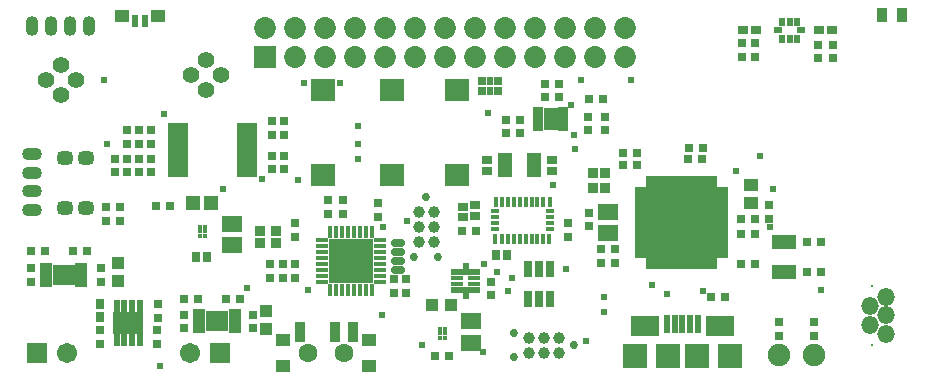
<source format=gts>
G04*
G04 #@! TF.GenerationSoftware,Altium Limited,Altium Designer,19.1.5 (86)*
G04*
G04 Layer_Color=8388736*
%FSLAX44Y44*%
%MOMM*%
G71*
G01*
G75*
%ADD69R,2.0032X1.9532*%
%ADD70R,2.0032X1.9532*%
%ADD71R,1.6782X0.6532*%
%ADD72R,0.7532X0.7532*%
%ADD73R,0.6032X0.8032*%
%ADD74R,0.8032X0.6032*%
%ADD75R,0.9532X0.8032*%
%ADD76R,0.9532X1.1532*%
%ADD77R,0.6532X0.6532*%
%ADD78R,0.6032X0.6532*%
%ADD79C,0.6032*%
%ADD80O,1.2032X0.7032*%
%ADD81R,0.6032X1.5532*%
%ADD82R,2.4032X1.8032*%
%ADD83R,2.0032X2.1032*%
%ADD84R,2.1032X2.1032*%
%ADD85R,0.7532X0.7532*%
%ADD86C,1.9032*%
%ADD87R,2.0032X1.2032*%
%ADD88R,1.2032X1.1032*%
%ADD89R,5.9032X5.9032*%
%ADD90R,0.5032X1.0532*%
%ADD91R,1.0532X0.5032*%
%ADD92R,0.9032X0.5032*%
%ADD93R,1.2032X1.9032*%
%ADD94R,0.8232X0.8032*%
%ADD95R,1.2032X2.0032*%
%ADD96R,0.4532X0.8782*%
%ADD97R,0.7782X0.4532*%
%ADD98R,0.9032X0.9532*%
%ADD99R,1.6532X1.3532*%
%ADD100R,0.8032X1.4032*%
%ADD101C,0.9902*%
%ADD102R,1.0032X0.5032*%
%ADD103R,1.0032X0.4532*%
%ADD104R,0.5532X1.0532*%
%ADD105R,1.0532X1.0532*%
%ADD106C,0.4112*%
%ADD107R,1.0532X0.4532*%
%ADD108R,0.4532X1.0532*%
%ADD109R,3.8032X3.8032*%
%ADD110R,0.9532X0.9032*%
%ADD111R,0.8032X0.8232*%
%ADD112R,1.2032X1.0032*%
%ADD113R,0.9032X1.7032*%
%ADD114R,1.0032X1.0032*%
%ADD115R,1.9532X1.7532*%
%ADD116R,2.6532X1.9032*%
%ADD117R,0.8032X0.9532*%
%ADD118R,1.2532X1.2032*%
%ADD119R,0.6032X1.0032*%
%ADD120C,1.4032*%
%ADD121O,1.5032X1.5032*%
%ADD122C,0.2032*%
%ADD123C,0.6982*%
%ADD124C,1.6032*%
%ADD125R,1.7032X1.7032*%
%ADD126C,1.7032*%
G04:AMPARAMS|DCode=127|XSize=1.3032mm|YSize=1.1032mm|CornerRadius=0.3266mm|HoleSize=0mm|Usage=FLASHONLY|Rotation=180.000|XOffset=0mm|YOffset=0mm|HoleType=Round|Shape=RoundedRectangle|*
%AMROUNDEDRECTD127*
21,1,1.3032,0.4500,0,0,180.0*
21,1,0.6500,1.1032,0,0,180.0*
1,1,0.6532,-0.3250,0.2250*
1,1,0.6532,0.3250,0.2250*
1,1,0.6532,0.3250,-0.2250*
1,1,0.6532,-0.3250,-0.2250*
%
%ADD127ROUNDEDRECTD127*%
%ADD128R,1.8532X1.8532*%
%ADD129C,1.8532*%
%ADD130O,1.1000X1.7000*%
%ADD131O,1.7000X1.1000*%
%ADD132C,0.8032*%
D69*
X372110Y167450D02*
D03*
Y238950D02*
D03*
D70*
X259080D02*
D03*
Y167450D02*
D03*
X317500D02*
D03*
Y238950D02*
D03*
D71*
X135771Y207910D02*
D03*
Y201410D02*
D03*
Y194910D02*
D03*
Y188410D02*
D03*
Y181910D02*
D03*
Y175410D02*
D03*
Y168910D02*
D03*
X194531D02*
D03*
Y175410D02*
D03*
Y181910D02*
D03*
Y188410D02*
D03*
Y194910D02*
D03*
Y201410D02*
D03*
Y207910D02*
D03*
D72*
X624840Y278892D02*
D03*
Y267208D02*
D03*
X613410D02*
D03*
Y278892D02*
D03*
X678180Y277622D02*
D03*
Y265938D02*
D03*
X690880Y277622D02*
D03*
Y265938D02*
D03*
X645279Y30866D02*
D03*
Y42550D02*
D03*
X674370Y30988D02*
D03*
Y42672D02*
D03*
X636270Y130048D02*
D03*
Y141732D02*
D03*
X497631Y204976D02*
D03*
Y216660D02*
D03*
X483661D02*
D03*
Y204976D02*
D03*
X458470Y244604D02*
D03*
Y232920D02*
D03*
X447040D02*
D03*
Y244604D02*
D03*
X425450Y202438D02*
D03*
Y214122D02*
D03*
X414020D02*
D03*
Y202438D02*
D03*
X483870Y123698D02*
D03*
Y135382D02*
D03*
X466090Y114808D02*
D03*
Y126492D02*
D03*
X401320Y65278D02*
D03*
Y76962D02*
D03*
X328807Y79117D02*
D03*
Y67433D02*
D03*
X318647D02*
D03*
Y79117D02*
D03*
X305373Y143699D02*
D03*
Y132015D02*
D03*
X275848Y146239D02*
D03*
Y134555D02*
D03*
X263148D02*
D03*
Y146239D02*
D03*
X234950Y114808D02*
D03*
Y126492D02*
D03*
X235523Y91629D02*
D03*
Y79945D02*
D03*
X225363Y91629D02*
D03*
Y79945D02*
D03*
X213933D02*
D03*
Y91629D02*
D03*
X199390Y49022D02*
D03*
Y37338D02*
D03*
X140970Y49022D02*
D03*
Y37338D02*
D03*
X119380Y57912D02*
D03*
Y46228D02*
D03*
X118520Y35582D02*
D03*
Y23898D02*
D03*
X70260Y35582D02*
D03*
Y23898D02*
D03*
X71120Y88392D02*
D03*
Y76708D02*
D03*
X11430Y88392D02*
D03*
Y76708D02*
D03*
X113251Y169418D02*
D03*
Y181102D02*
D03*
X103091D02*
D03*
Y169418D02*
D03*
X92931D02*
D03*
Y181102D02*
D03*
X82771D02*
D03*
Y169418D02*
D03*
X113251Y205232D02*
D03*
Y193548D02*
D03*
X103091Y205232D02*
D03*
Y193548D02*
D03*
X92931D02*
D03*
Y205232D02*
D03*
X226281Y183642D02*
D03*
Y171958D02*
D03*
X216121Y183642D02*
D03*
Y171958D02*
D03*
X226281Y212852D02*
D03*
Y201168D02*
D03*
X216121D02*
D03*
Y212852D02*
D03*
D73*
X647550Y296410D02*
D03*
X654050D02*
D03*
X660550D02*
D03*
X647550Y282710D02*
D03*
X654050D02*
D03*
X660550D02*
D03*
D74*
X664050Y289560D02*
D03*
X644050D02*
D03*
D75*
X679030D02*
D03*
X690030D02*
D03*
X614260D02*
D03*
X625260D02*
D03*
D76*
X731910Y302260D02*
D03*
X748910D02*
D03*
D77*
X393300Y238320D02*
D03*
X406800D02*
D03*
Y246820D02*
D03*
X393300D02*
D03*
D78*
X400050Y238320D02*
D03*
Y246820D02*
D03*
D79*
X73660Y247650D02*
D03*
X120650Y5080D02*
D03*
X207010Y163830D02*
D03*
X246380Y69850D02*
D03*
X288290Y208280D02*
D03*
X394970Y91440D02*
D03*
X273050Y245110D02*
D03*
X342900Y22860D02*
D03*
X76200Y193040D02*
D03*
X124460Y218440D02*
D03*
X472440Y189230D02*
D03*
X453390Y158750D02*
D03*
X194310Y71120D02*
D03*
X173990Y154940D02*
D03*
X308610Y48260D02*
D03*
X237490Y162560D02*
D03*
X394620Y17040D02*
D03*
X309880Y123190D02*
D03*
X330200Y128270D02*
D03*
X288290Y193040D02*
D03*
Y180340D02*
D03*
X468579Y226845D02*
D03*
X398780Y219710D02*
D03*
X608330Y170180D02*
D03*
X471170Y200660D02*
D03*
X477520Y247650D02*
D03*
X496570Y63500D02*
D03*
Y50800D02*
D03*
X628650Y182880D02*
D03*
X406400Y85090D02*
D03*
X519430Y247650D02*
D03*
X242570Y245110D02*
D03*
X537210Y73660D02*
D03*
X549910Y66040D02*
D03*
X580390Y68580D02*
D03*
X680720Y69850D02*
D03*
X637540Y123190D02*
D03*
X640080Y154940D02*
D03*
X481930Y26670D02*
D03*
X464820Y87630D02*
D03*
X419100Y80010D02*
D03*
X415290Y68580D02*
D03*
D80*
X322580Y109220D02*
D03*
Y101600D02*
D03*
Y93980D02*
D03*
Y86360D02*
D03*
D81*
X550180Y40720D02*
D03*
X556680D02*
D03*
X563180D02*
D03*
X569680D02*
D03*
X576180D02*
D03*
D82*
X531680Y39470D02*
D03*
X594680D02*
D03*
D83*
X523180Y13970D02*
D03*
X603180D02*
D03*
D84*
X551180D02*
D03*
X575180D02*
D03*
D85*
X587248Y63500D02*
D03*
X598932D02*
D03*
X624332Y129540D02*
D03*
X612648D02*
D03*
Y116840D02*
D03*
X624332D02*
D03*
Y91440D02*
D03*
X612648D02*
D03*
X680212Y85090D02*
D03*
X668528D02*
D03*
X680212Y110490D02*
D03*
X668528D02*
D03*
X579882Y180340D02*
D03*
X568198D02*
D03*
X568833Y189865D02*
D03*
X580517D02*
D03*
X512870Y175260D02*
D03*
X524554D02*
D03*
X512870Y185420D02*
D03*
X524554D02*
D03*
X496062Y231140D02*
D03*
X484378D02*
D03*
X376428Y119380D02*
D03*
X388112D02*
D03*
X494538Y104140D02*
D03*
X506222D02*
D03*
X494538Y92710D02*
D03*
X506222D02*
D03*
X353568Y13970D02*
D03*
X365252D02*
D03*
X141478Y62230D02*
D03*
X153162D02*
D03*
X47498Y102870D02*
D03*
X59182D02*
D03*
X11938D02*
D03*
X23622D02*
D03*
X129032Y140970D02*
D03*
X117348D02*
D03*
X87122Y128270D02*
D03*
X75438D02*
D03*
Y139700D02*
D03*
X87122D02*
D03*
X177038Y62230D02*
D03*
X188722D02*
D03*
D86*
X674489Y15118D02*
D03*
X645279D02*
D03*
D87*
X648970Y110290D02*
D03*
Y85290D02*
D03*
D88*
X621030Y159130D02*
D03*
Y143130D02*
D03*
X119140Y301720D02*
D03*
X89140D02*
D03*
D89*
X562400Y126960D02*
D03*
D90*
X589900Y92460D02*
D03*
X584900D02*
D03*
X579900D02*
D03*
X574900D02*
D03*
X569900D02*
D03*
X564900D02*
D03*
X559900D02*
D03*
X554900D02*
D03*
X549900D02*
D03*
X544900D02*
D03*
X539900D02*
D03*
X534900D02*
D03*
Y161460D02*
D03*
X539900D02*
D03*
X544900D02*
D03*
X549900D02*
D03*
X554900D02*
D03*
X559900D02*
D03*
X564900D02*
D03*
X569900D02*
D03*
X574900D02*
D03*
X579900D02*
D03*
X584900D02*
D03*
X589900D02*
D03*
D91*
X527900Y99460D02*
D03*
Y104460D02*
D03*
Y109460D02*
D03*
Y114460D02*
D03*
Y119460D02*
D03*
Y124460D02*
D03*
Y129460D02*
D03*
Y134460D02*
D03*
Y139460D02*
D03*
Y144460D02*
D03*
Y149460D02*
D03*
Y154460D02*
D03*
X596900D02*
D03*
Y149460D02*
D03*
Y144460D02*
D03*
Y139460D02*
D03*
Y134460D02*
D03*
Y129460D02*
D03*
Y124460D02*
D03*
Y119460D02*
D03*
Y114460D02*
D03*
Y109460D02*
D03*
Y104460D02*
D03*
Y99460D02*
D03*
D92*
X441280Y222250D02*
D03*
Y217250D02*
D03*
Y212250D02*
D03*
Y207250D02*
D03*
X462280D02*
D03*
Y212250D02*
D03*
Y217250D02*
D03*
Y222250D02*
D03*
D93*
X451780Y214750D02*
D03*
D94*
X387350Y141760D02*
D03*
Y132560D02*
D03*
X377190Y140490D02*
D03*
Y131290D02*
D03*
X397950Y179860D02*
D03*
Y170660D02*
D03*
X452950Y179860D02*
D03*
Y170660D02*
D03*
D95*
X437950Y175260D02*
D03*
X412950D02*
D03*
D96*
X405490Y144680D02*
D03*
X404860Y113430D02*
D03*
X410490D02*
D03*
X415490D02*
D03*
X420490D02*
D03*
X425490D02*
D03*
X430490D02*
D03*
X435490D02*
D03*
X440490D02*
D03*
X445490D02*
D03*
X450620D02*
D03*
X451120Y144680D02*
D03*
X445490D02*
D03*
X440490D02*
D03*
X435490D02*
D03*
X430490D02*
D03*
X425490D02*
D03*
X420490D02*
D03*
X415490D02*
D03*
X410490D02*
D03*
D97*
X404860Y136560D02*
D03*
Y131560D02*
D03*
Y126560D02*
D03*
Y121560D02*
D03*
X451120D02*
D03*
Y126560D02*
D03*
Y131560D02*
D03*
Y136560D02*
D03*
D98*
X487760Y169310D02*
D03*
Y155810D02*
D03*
X497760D02*
D03*
Y169310D02*
D03*
D99*
X500380Y118000D02*
D03*
Y136000D02*
D03*
X384620Y25290D02*
D03*
Y43290D02*
D03*
X181610Y107840D02*
D03*
Y125840D02*
D03*
D100*
X451460Y62430D02*
D03*
X441960D02*
D03*
X432460D02*
D03*
Y87430D02*
D03*
X441960D02*
D03*
X451460D02*
D03*
D101*
X433070Y16510D02*
D03*
Y29210D02*
D03*
X445770Y16510D02*
D03*
Y29210D02*
D03*
X458470Y16510D02*
D03*
Y29210D02*
D03*
X352530Y110490D02*
D03*
X339830D02*
D03*
X352530Y123190D02*
D03*
X339830D02*
D03*
X352530Y135890D02*
D03*
X339830D02*
D03*
D102*
X372110Y84930D02*
D03*
Y69930D02*
D03*
X387110D02*
D03*
Y84930D02*
D03*
X154150Y50800D02*
D03*
Y45800D02*
D03*
Y40800D02*
D03*
Y35800D02*
D03*
X184150D02*
D03*
Y40800D02*
D03*
Y45800D02*
D03*
Y50800D02*
D03*
X24370Y90050D02*
D03*
Y85050D02*
D03*
Y80050D02*
D03*
Y75050D02*
D03*
X54370D02*
D03*
Y80050D02*
D03*
Y85050D02*
D03*
Y90050D02*
D03*
D103*
X372110Y79930D02*
D03*
Y74930D02*
D03*
X387110D02*
D03*
Y79930D02*
D03*
D104*
X379610Y67430D02*
D03*
Y87430D02*
D03*
X103730Y56410D02*
D03*
X97230D02*
D03*
X90730D02*
D03*
X84230D02*
D03*
Y27410D02*
D03*
X90730D02*
D03*
X97230D02*
D03*
X103730D02*
D03*
D105*
X351470Y57150D02*
D03*
X366970D02*
D03*
D106*
X361950Y29020D02*
D03*
X357950D02*
D03*
X361950Y33020D02*
D03*
X357950D02*
D03*
X361950Y37020D02*
D03*
X357950D02*
D03*
X158940Y115380D02*
D03*
X154940D02*
D03*
X158940Y119380D02*
D03*
X154940D02*
D03*
X158940Y123380D02*
D03*
X154940D02*
D03*
D107*
X258131Y112000D02*
D03*
Y107000D02*
D03*
Y102000D02*
D03*
Y97000D02*
D03*
Y92000D02*
D03*
Y87000D02*
D03*
Y82000D02*
D03*
Y77000D02*
D03*
X307131D02*
D03*
Y82000D02*
D03*
Y87000D02*
D03*
Y92000D02*
D03*
Y97000D02*
D03*
Y102000D02*
D03*
Y107000D02*
D03*
Y112000D02*
D03*
D108*
X265131Y70000D02*
D03*
X270131D02*
D03*
X275131D02*
D03*
X280131D02*
D03*
X285131D02*
D03*
X290131D02*
D03*
X295131D02*
D03*
X300131D02*
D03*
Y119000D02*
D03*
X295131D02*
D03*
X290131D02*
D03*
X285131D02*
D03*
X280131D02*
D03*
X275131D02*
D03*
X270131D02*
D03*
X265131D02*
D03*
D109*
X282631Y94500D02*
D03*
D110*
X205913Y109997D02*
D03*
X219413D02*
D03*
Y119997D02*
D03*
X205913D02*
D03*
D111*
X151800Y97980D02*
D03*
X161000D02*
D03*
X405610Y99060D02*
D03*
X414810D02*
D03*
D112*
X298120Y5510D02*
D03*
Y27510D02*
D03*
X225120Y5510D02*
D03*
Y27510D02*
D03*
D113*
X284120Y34010D02*
D03*
X269120D02*
D03*
X239120D02*
D03*
D114*
X210820Y36950D02*
D03*
Y51950D02*
D03*
X85090Y77590D02*
D03*
Y92590D02*
D03*
D115*
X169150Y43300D02*
D03*
X39370Y82550D02*
D03*
D116*
X93980Y41910D02*
D03*
D117*
X70260Y47100D02*
D03*
Y58100D02*
D03*
D118*
X148900Y143700D02*
D03*
X163900D02*
D03*
D119*
X100140Y297220D02*
D03*
X108140D02*
D03*
D120*
X24130Y247650D02*
D03*
X36830Y234950D02*
D03*
X49530Y247650D02*
D03*
X36830Y260350D02*
D03*
X147320Y251460D02*
D03*
X160020Y238760D02*
D03*
X172720Y251460D02*
D03*
X160020Y264160D02*
D03*
D121*
X721980Y56260D02*
D03*
X735980Y64260D02*
D03*
Y48260D02*
D03*
Y32260D02*
D03*
X721980Y40260D02*
D03*
D122*
X723980Y73260D02*
D03*
Y23260D02*
D03*
D123*
X420370Y33020D02*
D03*
Y12700D02*
D03*
X471170Y22860D02*
D03*
X336020Y97790D02*
D03*
X356340D02*
D03*
X346180Y148590D02*
D03*
D124*
X276620Y16510D02*
D03*
X246620D02*
D03*
D125*
X171450D02*
D03*
X16510D02*
D03*
D126*
X146050D02*
D03*
X41910D02*
D03*
D127*
X58640Y181610D02*
D03*
Y139610D02*
D03*
X40640Y181610D02*
D03*
Y139610D02*
D03*
D128*
X209550Y266700D02*
D03*
D129*
Y292070D02*
D03*
X234950Y266700D02*
D03*
Y292070D02*
D03*
X260350Y266700D02*
D03*
Y292070D02*
D03*
X285750Y266700D02*
D03*
Y292070D02*
D03*
X311150Y266700D02*
D03*
Y292070D02*
D03*
X336550Y266700D02*
D03*
Y292070D02*
D03*
X361950Y266700D02*
D03*
Y292070D02*
D03*
X387350Y266700D02*
D03*
Y292070D02*
D03*
X412750Y266700D02*
D03*
Y292070D02*
D03*
X438150Y266700D02*
D03*
Y292070D02*
D03*
X463550Y266700D02*
D03*
Y292070D02*
D03*
X488950Y266700D02*
D03*
Y292070D02*
D03*
X514350Y266700D02*
D03*
Y292070D02*
D03*
D130*
X60830Y293370D02*
D03*
X44830D02*
D03*
X28830D02*
D03*
X12830D02*
D03*
D131*
X12700Y185290D02*
D03*
Y169290D02*
D03*
Y153290D02*
D03*
Y137290D02*
D03*
D132*
X553720Y135890D02*
D03*
X541020Y120650D02*
D03*
X553720D02*
D03*
X568960Y135890D02*
D03*
X584200Y120650D02*
D03*
Y106680D02*
D03*
Y135890D02*
D03*
X553720Y149860D02*
D03*
X568960D02*
D03*
X584200D02*
D03*
X541020Y135890D02*
D03*
Y149860D02*
D03*
X568960Y106680D02*
D03*
X541020D02*
D03*
X553720D02*
D03*
X568960Y120650D02*
D03*
X294640Y93980D02*
D03*
X283556Y94500D02*
D03*
X283210Y83820D02*
D03*
X271780D02*
D03*
Y95250D02*
D03*
X294640Y83820D02*
D03*
Y105410D02*
D03*
X283210D02*
D03*
X271201Y105160D02*
D03*
M02*

</source>
